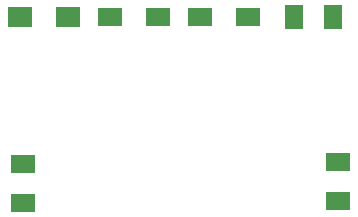
<source format=gtp>
%TF.GenerationSoftware,KiCad,Pcbnew,4.0.2+dfsg1-stable*%
%TF.CreationDate,2018-11-13T01:00:21+01:00*%
%TF.ProjectId,A1200MPU-Adapter,41313230304D50552D41646170746572,rev?*%
%TF.FileFunction,Paste,Top*%
%FSLAX46Y46*%
G04 Gerber Fmt 4.6, Leading zero omitted, Abs format (unit mm)*
G04 Created by KiCad (PCBNEW 4.0.2+dfsg1-stable) date Tue 13 Nov 2018 01:00:21 CET*
%MOMM*%
G01*
G04 APERTURE LIST*
%ADD10C,0.100000*%
%ADD11R,2.000000X1.700000*%
%ADD12R,2.032000X1.524000*%
%ADD13R,2.000000X1.600000*%
%ADD14R,1.524000X2.032000*%
G04 APERTURE END LIST*
D10*
D11*
X133890000Y-90170000D03*
X137890000Y-90170000D03*
D12*
X134112000Y-105918000D03*
X134112000Y-102616000D03*
D13*
X149130000Y-90170000D03*
X153130000Y-90170000D03*
X141510000Y-90170000D03*
X145510000Y-90170000D03*
D14*
X157099000Y-90170000D03*
X160401000Y-90170000D03*
D12*
X160782000Y-105791000D03*
X160782000Y-102489000D03*
M02*

</source>
